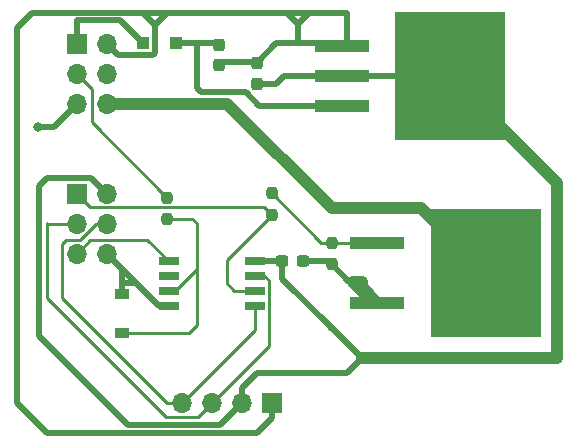
<source format=gbr>
%TF.GenerationSoftware,KiCad,Pcbnew,(6.0.4)*%
%TF.CreationDate,2023-01-02T17:26:25-06:00*%
%TF.ProjectId,FordOilPressure,466f7264-4f69-46c5-9072-657373757265,rev?*%
%TF.SameCoordinates,Original*%
%TF.FileFunction,Copper,L1,Top*%
%TF.FilePolarity,Positive*%
%FSLAX46Y46*%
G04 Gerber Fmt 4.6, Leading zero omitted, Abs format (unit mm)*
G04 Created by KiCad (PCBNEW (6.0.4)) date 2023-01-02 17:26:25*
%MOMM*%
%LPD*%
G01*
G04 APERTURE LIST*
G04 Aperture macros list*
%AMRoundRect*
0 Rectangle with rounded corners*
0 $1 Rounding radius*
0 $2 $3 $4 $5 $6 $7 $8 $9 X,Y pos of 4 corners*
0 Add a 4 corners polygon primitive as box body*
4,1,4,$2,$3,$4,$5,$6,$7,$8,$9,$2,$3,0*
0 Add four circle primitives for the rounded corners*
1,1,$1+$1,$2,$3*
1,1,$1+$1,$4,$5*
1,1,$1+$1,$6,$7*
1,1,$1+$1,$8,$9*
0 Add four rect primitives between the rounded corners*
20,1,$1+$1,$2,$3,$4,$5,0*
20,1,$1+$1,$4,$5,$6,$7,0*
20,1,$1+$1,$6,$7,$8,$9,0*
20,1,$1+$1,$8,$9,$2,$3,0*%
G04 Aperture macros list end*
%TA.AperFunction,SMDPad,CuDef*%
%ADD10R,4.600000X1.100000*%
%TD*%
%TA.AperFunction,SMDPad,CuDef*%
%ADD11R,9.400000X10.800000*%
%TD*%
%TA.AperFunction,SMDPad,CuDef*%
%ADD12RoundRect,0.237500X-0.237500X0.250000X-0.237500X-0.250000X0.237500X-0.250000X0.237500X0.250000X0*%
%TD*%
%TA.AperFunction,SMDPad,CuDef*%
%ADD13R,1.200000X0.900000*%
%TD*%
%TA.AperFunction,SMDPad,CuDef*%
%ADD14RoundRect,0.237500X-0.237500X0.300000X-0.237500X-0.300000X0.237500X-0.300000X0.237500X0.300000X0*%
%TD*%
%TA.AperFunction,SMDPad,CuDef*%
%ADD15R,1.700000X0.650000*%
%TD*%
%TA.AperFunction,ComponentPad*%
%ADD16R,1.700000X1.700000*%
%TD*%
%TA.AperFunction,ComponentPad*%
%ADD17O,1.700000X1.700000*%
%TD*%
%TA.AperFunction,SMDPad,CuDef*%
%ADD18R,1.100000X1.100000*%
%TD*%
%TA.AperFunction,SMDPad,CuDef*%
%ADD19RoundRect,0.237500X-0.300000X-0.237500X0.300000X-0.237500X0.300000X0.237500X-0.300000X0.237500X0*%
%TD*%
%TA.AperFunction,SMDPad,CuDef*%
%ADD20RoundRect,0.237500X0.237500X-0.250000X0.237500X0.250000X-0.237500X0.250000X-0.237500X-0.250000X0*%
%TD*%
%TA.AperFunction,SMDPad,CuDef*%
%ADD21RoundRect,0.237500X0.237500X-0.300000X0.237500X0.300000X-0.237500X0.300000X-0.237500X-0.300000X0*%
%TD*%
%TA.AperFunction,ViaPad*%
%ADD22C,0.800000*%
%TD*%
%TA.AperFunction,Conductor*%
%ADD23C,1.000000*%
%TD*%
%TA.AperFunction,Conductor*%
%ADD24C,0.500000*%
%TD*%
%TA.AperFunction,Conductor*%
%ADD25C,0.250000*%
%TD*%
G04 APERTURE END LIST*
D10*
%TO.P,Q1,1,G*%
%TO.N,Net-(R1-Pad1)*%
X43245701Y-32107932D03*
D11*
%TO.P,Q1,2,D*%
%TO.N,Net-(J1-Pad6)*%
X52395701Y-34647932D03*
D10*
%TO.P,Q1,3,S*%
%TO.N,GND*%
X43245701Y-37187932D03*
%TD*%
D12*
%TO.P,R3,1*%
%TO.N,Net-(J1-Pad3)*%
X25400000Y-28297500D03*
%TO.P,R3,2*%
%TO.N,Net-(U1-Pad3)*%
X25400000Y-30122500D03*
%TD*%
D13*
%TO.P,D2,1,K*%
%TO.N,Net-(U1-Pad3)*%
X21590000Y-39750000D03*
%TO.P,D2,2,A*%
%TO.N,GND*%
X21590000Y-36450000D03*
%TD*%
D14*
%TO.P,C1,1*%
%TO.N,Net-(D1-Pad1)*%
X29822425Y-15379603D03*
%TO.P,C1,2*%
%TO.N,GND*%
X29822425Y-17104603D03*
%TD*%
D10*
%TO.P,U2,1,GND*%
%TO.N,GND*%
X40265000Y-15475000D03*
D11*
%TO.P,U2,2,VO*%
%TO.N,Net-(C2-Pad1)*%
X49415000Y-18015000D03*
D10*
X40265000Y-18015000D03*
%TO.P,U2,3,VI*%
%TO.N,Net-(D1-Pad1)*%
X40265000Y-20555000D03*
%TD*%
D15*
%TO.P,U1,1,~{RESET}/PB5*%
%TO.N,Net-(J2-Pad5)*%
X25560000Y-33655000D03*
%TO.P,U1,2,XTAL1/PB3*%
%TO.N,unconnected-(U1-Pad2)*%
X25560000Y-34925000D03*
%TO.P,U1,3,XTAL2/PB4*%
%TO.N,Net-(U1-Pad3)*%
X25560000Y-36195000D03*
%TO.P,U1,4,GND*%
%TO.N,GND*%
X25560000Y-37465000D03*
%TO.P,U1,5,AREF/PB0*%
%TO.N,Net-(J3-Pad4)*%
X32860000Y-37465000D03*
%TO.P,U1,6,PB1*%
%TO.N,Net-(R2-Pad1)*%
X32860000Y-36195000D03*
%TO.P,U1,7,PB2*%
%TO.N,Net-(J3-Pad3)*%
X32860000Y-34925000D03*
%TO.P,U1,8,VCC*%
%TO.N,Net-(C2-Pad1)*%
X32860000Y-33655000D03*
%TD*%
D16*
%TO.P,J2,1,Pin_1*%
%TO.N,Net-(R2-Pad1)*%
X17775000Y-27955000D03*
D17*
%TO.P,J2,2,Pin_2*%
%TO.N,Net-(C2-Pad1)*%
X20315000Y-27955000D03*
%TO.P,J2,3,Pin_3*%
%TO.N,Net-(J3-Pad3)*%
X17775000Y-30495000D03*
%TO.P,J2,4,Pin_4*%
%TO.N,Net-(J3-Pad4)*%
X20315000Y-30495000D03*
%TO.P,J2,5,Pin_5*%
%TO.N,Net-(J2-Pad5)*%
X17775000Y-33035000D03*
%TO.P,J2,6,Pin_6*%
%TO.N,GND*%
X20315000Y-33035000D03*
%TD*%
D16*
%TO.P,J1,1,Pin_1*%
%TO.N,Net-(D1-Pad2)*%
X17775000Y-15255000D03*
D17*
%TO.P,J1,2,Pin_2*%
%TO.N,GND*%
X20315000Y-15255000D03*
%TO.P,J1,3,Pin_3*%
%TO.N,Net-(J1-Pad3)*%
X17775000Y-17795000D03*
%TO.P,J1,4,Pin_4*%
%TO.N,Net-(C2-Pad1)*%
X20315000Y-17795000D03*
%TO.P,J1,5,Pin_5*%
%TO.N,GND*%
X17775000Y-20335000D03*
%TO.P,J1,6,Pin_6*%
%TO.N,Net-(J1-Pad6)*%
X20315000Y-20335000D03*
%TD*%
D18*
%TO.P,D1,2,A*%
%TO.N,Net-(D1-Pad2)*%
X23403638Y-15239999D03*
%TO.P,D1,1,K*%
%TO.N,Net-(D1-Pad1)*%
X26203638Y-15239999D03*
%TD*%
D19*
%TO.P,C2,1*%
%TO.N,Net-(C2-Pad1)*%
X35196968Y-33685044D03*
%TO.P,C2,2*%
%TO.N,GND*%
X36921968Y-33685044D03*
%TD*%
D20*
%TO.P,R2,2*%
%TO.N,Net-(R1-Pad1)*%
X34290000Y-27940000D03*
%TO.P,R2,1*%
%TO.N,Net-(R2-Pad1)*%
X34290000Y-29765000D03*
%TD*%
D12*
%TO.P,R1,1*%
%TO.N,Net-(R1-Pad1)*%
X39370000Y-32107500D03*
%TO.P,R1,2*%
%TO.N,GND*%
X39370000Y-33932500D03*
%TD*%
D17*
%TO.P,J3,4,Pin_4*%
%TO.N,Net-(J3-Pad4)*%
X26660000Y-45720000D03*
%TO.P,J3,3,Pin_3*%
%TO.N,Net-(J3-Pad3)*%
X29200000Y-45720000D03*
%TO.P,J3,2,Pin_2*%
%TO.N,Net-(C2-Pad1)*%
X31740000Y-45720000D03*
D16*
%TO.P,J3,1,Pin_1*%
%TO.N,GND*%
X34280000Y-45720000D03*
%TD*%
D21*
%TO.P,C3,2*%
%TO.N,GND*%
X33020000Y-16917500D03*
%TO.P,C3,1*%
%TO.N,Net-(C2-Pad1)*%
X33020000Y-18642500D03*
%TD*%
D22*
%TO.N,GND*%
X14540481Y-22289519D03*
X41910000Y-35560000D03*
%TD*%
D23*
%TO.N,GND*%
X42916420Y-37187932D02*
X41167994Y-35439506D01*
X43245701Y-37187932D02*
X42916420Y-37187932D01*
D24*
X22840000Y-35560000D02*
X22850000Y-35570000D01*
X22850000Y-35570000D02*
X24745000Y-37465000D01*
X20315000Y-33035000D02*
X22850000Y-35570000D01*
X21590000Y-35560000D02*
X22840000Y-35560000D01*
X21590000Y-35560000D02*
X21590000Y-34310000D01*
X21590000Y-36450000D02*
X21590000Y-35560000D01*
X36490000Y-13630000D02*
X37420000Y-12700000D01*
X38100000Y-12700000D02*
X40640000Y-12700000D01*
X35560000Y-12700000D02*
X38100000Y-12700000D01*
X37420000Y-12700000D02*
X38100000Y-12700000D01*
X24403149Y-13696851D02*
X23406298Y-12700000D01*
X23406298Y-12700000D02*
X22860000Y-12700000D01*
X22860000Y-12700000D02*
X25400000Y-12700000D01*
X15240000Y-12700000D02*
X22860000Y-12700000D01*
X24403149Y-16040978D02*
X24403149Y-13696851D01*
X21299510Y-16239510D02*
X24204617Y-16239510D01*
X24204617Y-16239510D02*
X24403149Y-16040978D01*
X24403149Y-13696851D02*
X25400000Y-12700000D01*
X20315000Y-15255000D02*
X21299510Y-16239510D01*
%TO.N,Net-(C2-Pad1)*%
X40640000Y-43180000D02*
X38100000Y-43180000D01*
X41910000Y-41910000D02*
X40640000Y-43180000D01*
%TO.N,GND*%
X32954018Y-16851518D02*
X33020000Y-16917500D01*
X30066093Y-16851518D02*
X32954018Y-16851518D01*
X29677612Y-17239999D02*
X30066093Y-16851518D01*
%TO.N,Net-(D1-Pad1)*%
X33255000Y-20555000D02*
X40265000Y-20555000D01*
X32085480Y-19385480D02*
X33255000Y-20555000D01*
X28275480Y-19385480D02*
X32085480Y-19385480D01*
X27940001Y-15239999D02*
X27940001Y-19050001D01*
X27940001Y-19050001D02*
X28275480Y-19385480D01*
%TO.N,GND*%
X15820481Y-22289519D02*
X17775000Y-20335000D01*
X14540481Y-22289519D02*
X15820481Y-22289519D01*
D25*
%TO.N,Net-(U1-Pad3)*%
X27940000Y-39072255D02*
X27262255Y-39750000D01*
X27940000Y-34340000D02*
X27940000Y-39072255D01*
X21590000Y-39750000D02*
X27262255Y-39750000D01*
D23*
%TO.N,Net-(J1-Pad6)*%
X39370000Y-29210000D02*
X46957769Y-29210000D01*
X46957769Y-29210000D02*
X52395701Y-34647932D01*
X30495000Y-20335000D02*
X39370000Y-29210000D01*
X20315000Y-20335000D02*
X30495000Y-20335000D01*
D24*
X49284723Y-32774723D02*
X49284723Y-34647932D01*
D25*
%TO.N,Net-(J3-Pad3)*%
X15240000Y-36830000D02*
X25304511Y-46894511D01*
X25304511Y-46894511D02*
X28025489Y-46894511D01*
X15240000Y-30480000D02*
X15240000Y-36830000D01*
X28025489Y-46894511D02*
X29200000Y-45720000D01*
X15255000Y-30495000D02*
X15240000Y-30480000D01*
X17775000Y-30495000D02*
X15255000Y-30495000D01*
%TO.N,Net-(J3-Pad4)*%
X25457919Y-45720000D02*
X26660000Y-45720000D01*
X16510000Y-36772081D02*
X25457919Y-45720000D01*
X16510000Y-32199520D02*
X16510000Y-36772081D01*
X19436010Y-30495000D02*
X18070521Y-31860489D01*
X18070521Y-31860489D02*
X16849031Y-31860489D01*
X16849031Y-31860489D02*
X16510000Y-32199520D01*
X20315000Y-30495000D02*
X19436010Y-30495000D01*
%TO.N,Net-(J1-Pad3)*%
X19040000Y-21937500D02*
X19040000Y-19060000D01*
X25400000Y-28297500D02*
X19040000Y-21937500D01*
%TO.N,GND*%
X21590000Y-34310000D02*
X20315000Y-33035000D01*
%TO.N,Net-(R1-Pad1)*%
X34290000Y-27940000D02*
X38457500Y-32107500D01*
X38457500Y-32107500D02*
X39370000Y-32107500D01*
X39370432Y-32107932D02*
X39370000Y-32107500D01*
X43245701Y-32107932D02*
X39370432Y-32107932D01*
%TO.N,GND*%
X39122544Y-33685044D02*
X39370000Y-33932500D01*
D24*
X36921968Y-33685044D02*
X39122544Y-33685044D01*
%TO.N,Net-(C2-Pad1)*%
X35196968Y-35196968D02*
X39370000Y-39370000D01*
X35196968Y-33685044D02*
X35196968Y-35196968D01*
D25*
X35166924Y-33655000D02*
X35196968Y-33685044D01*
D24*
X32860000Y-33655000D02*
X35166924Y-33655000D01*
D25*
%TO.N,Net-(J3-Pad3)*%
X34034511Y-35304511D02*
X34034511Y-40885489D01*
X34034511Y-40885489D02*
X29200000Y-45720000D01*
X33655000Y-34925000D02*
X34034511Y-35304511D01*
X32860000Y-34925000D02*
X33655000Y-34925000D01*
%TO.N,Net-(J2-Pad5)*%
X23765489Y-31860489D02*
X25560000Y-33655000D01*
X18949511Y-31860489D02*
X23765489Y-31860489D01*
X17775000Y-33035000D02*
X18949511Y-31860489D01*
%TO.N,Net-(J3-Pad4)*%
X32860000Y-39520000D02*
X26660000Y-45720000D01*
X32860000Y-37465000D02*
X32860000Y-39520000D01*
%TO.N,Net-(R2-Pad1)*%
X31115000Y-36195000D02*
X32860000Y-36195000D01*
X30480000Y-35560000D02*
X31115000Y-36195000D01*
X34290000Y-29765000D02*
X30480000Y-33575000D01*
X30480000Y-33575000D02*
X30480000Y-35560000D01*
X33654511Y-29129511D02*
X34290000Y-29765000D01*
X18949511Y-29129511D02*
X33654511Y-29129511D01*
X17775000Y-27955000D02*
X18949511Y-29129511D01*
%TO.N,Net-(U1-Pad3)*%
X27582500Y-30122500D02*
X25400000Y-30122500D01*
X27940000Y-30480000D02*
X27582500Y-30122500D01*
X27940000Y-34340000D02*
X27940000Y-30480000D01*
X26085000Y-36195000D02*
X27940000Y-34340000D01*
X25560000Y-36195000D02*
X26085000Y-36195000D01*
%TO.N,GND*%
X24745000Y-37465000D02*
X25560000Y-37465000D01*
X40877006Y-35439506D02*
X41167994Y-35439506D01*
D24*
X39370000Y-33932500D02*
X40877006Y-35439506D01*
D25*
%TO.N,Net-(J1-Pad3)*%
X17775000Y-17795000D02*
X19050000Y-19070000D01*
D23*
%TO.N,Net-(C2-Pad1)*%
X58420000Y-27020000D02*
X49415000Y-18015000D01*
X41910000Y-41910000D02*
X58420000Y-41910000D01*
D24*
X39370000Y-39370000D02*
X41910000Y-41910000D01*
D23*
X58420000Y-41910000D02*
X58420000Y-27020000D01*
%TO.N,GND*%
X41945461Y-35439506D02*
X41167994Y-35439506D01*
D24*
X41910000Y-35474967D02*
X41945461Y-35439506D01*
X41910000Y-35560000D02*
X41910000Y-35474967D01*
D23*
X41945461Y-35887692D02*
X43245701Y-37187932D01*
X41945461Y-35439506D02*
X41945461Y-35887692D01*
D25*
%TO.N,Net-(J1-Pad6)*%
X49284723Y-34647932D02*
X52395701Y-34647932D01*
D24*
%TO.N,Net-(D1-Pad1)*%
X27940001Y-15239999D02*
X29677612Y-15239999D01*
%TO.N,Net-(C2-Pad1)*%
X35795000Y-18015000D02*
X40265000Y-18015000D01*
X35325000Y-18015000D02*
X35795000Y-18015000D01*
X34697500Y-18642500D02*
X35325000Y-18015000D01*
X33020000Y-18642500D02*
X34697500Y-18642500D01*
X37725000Y-18015000D02*
X46875000Y-18015000D01*
%TO.N,GND*%
X25400000Y-12700000D02*
X35560000Y-12700000D01*
%TO.N,Net-(C2-Pad1)*%
X39360000Y-39380000D02*
X39190000Y-39210000D01*
%TO.N,GND*%
X13970000Y-12700000D02*
X15240000Y-12700000D01*
X15240000Y-48260000D02*
X12700000Y-45720000D01*
X12700000Y-13970000D02*
X13970000Y-12700000D01*
X33020000Y-48260000D02*
X15240000Y-48260000D01*
X34300000Y-46980000D02*
X33020000Y-48260000D01*
X34300000Y-45720000D02*
X34300000Y-46980000D01*
X12700000Y-45720000D02*
X12700000Y-13970000D01*
%TO.N,Net-(C2-Pad1)*%
X29934463Y-47525537D02*
X31740000Y-45720000D01*
X22125537Y-47525537D02*
X29934463Y-47525537D01*
X14575933Y-27334067D02*
X14575933Y-39975933D01*
X14575933Y-39975933D02*
X22125537Y-47525537D01*
X15254511Y-26655489D02*
X14575933Y-27334067D01*
X19015489Y-26655489D02*
X15254511Y-26655489D01*
X20315000Y-27955000D02*
X19015489Y-26655489D01*
%TO.N,Net-(D1-Pad2)*%
X21438159Y-13274520D02*
X23403638Y-15239999D01*
X17780000Y-13274520D02*
X21438159Y-13274520D01*
D25*
X17775000Y-13279520D02*
X17780000Y-13274520D01*
D24*
X17775000Y-15255000D02*
X17775000Y-13279520D01*
%TO.N,GND*%
X40640000Y-12700000D02*
X40640000Y-15240000D01*
X36490000Y-15240000D02*
X40640000Y-15240000D01*
X36490000Y-13630000D02*
X36490000Y-15240000D01*
X35560000Y-12700000D02*
X36490000Y-13630000D01*
%TO.N,Net-(D1-Pad1)*%
X26203638Y-15239999D02*
X27940001Y-15239999D01*
%TO.N,Net-(C2-Pad1)*%
X33020000Y-43180000D02*
X38100000Y-43180000D01*
D25*
X31760000Y-44460000D02*
X31750000Y-44450000D01*
D24*
X31760000Y-45720000D02*
X31760000Y-44460000D01*
X31750000Y-44450000D02*
X33020000Y-43180000D01*
D25*
%TO.N,GND*%
X33020000Y-16917500D02*
X32697500Y-17240000D01*
D24*
X34697500Y-15240000D02*
X36490000Y-15240000D01*
X33020000Y-16917500D02*
X34697500Y-15240000D01*
%TD*%
M02*

</source>
